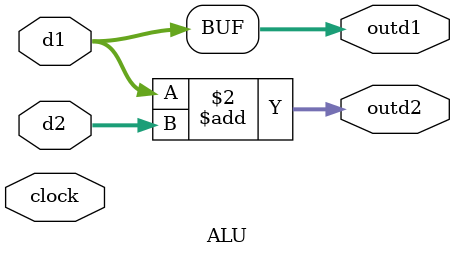
<source format=v>

module ALU(
	input wire [31:0] d1,
	input wire [31:0] d2,
	input wire clock,
	output reg [31:0] outd2,
	output reg [31:0] outd1);
	
	always @* begin
		outd1[31:0] <= d1[31:0];
		outd2[31:0] <= d1[31:0] + d2[31:0];
	end
endmodule

</source>
